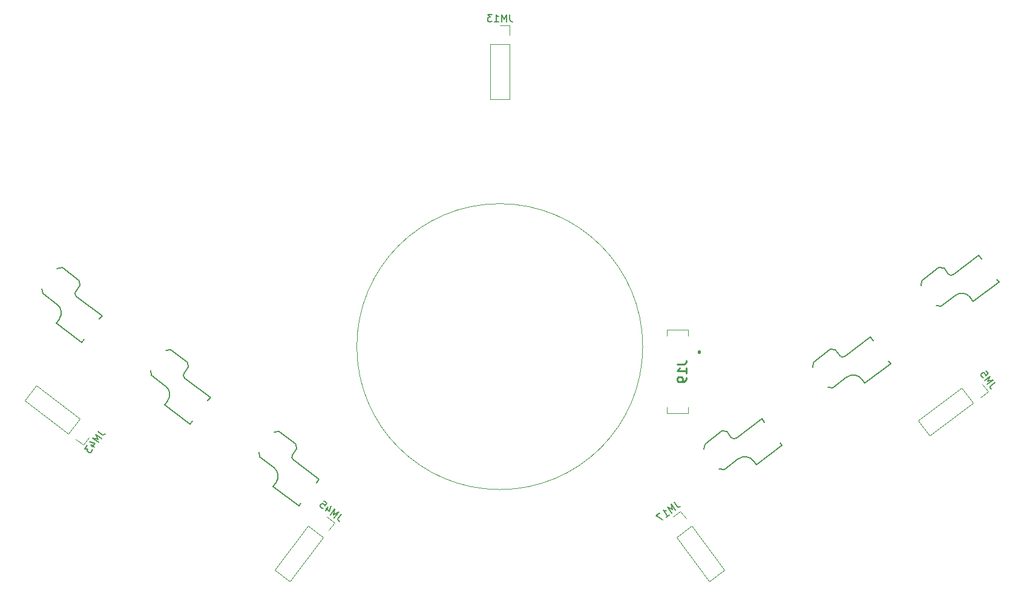
<source format=gbr>
G04 #@! TF.GenerationSoftware,KiCad,Pcbnew,(5.1.4)-1*
G04 #@! TF.CreationDate,2023-10-04T20:40:57-04:00*
G04 #@! TF.ProjectId,ThumbsUp,5468756d-6273-4557-902e-6b696361645f,rev?*
G04 #@! TF.SameCoordinates,Original*
G04 #@! TF.FileFunction,Legend,Bot*
G04 #@! TF.FilePolarity,Positive*
%FSLAX46Y46*%
G04 Gerber Fmt 4.6, Leading zero omitted, Abs format (unit mm)*
G04 Created by KiCad (PCBNEW (5.1.4)-1) date 2023-10-04 20:40:57*
%MOMM*%
%LPD*%
G04 APERTURE LIST*
%ADD10C,0.120000*%
%ADD11C,0.400000*%
%ADD12C,0.100000*%
%ADD13C,0.150000*%
%ADD14C,0.254000*%
G04 APERTURE END LIST*
D10*
X-303000000Y-108100000D02*
G75*
G03X-303000000Y-108100000I-20000000J0D01*
G01*
X-297738229Y-131137401D02*
X-298800414Y-131937815D01*
X-296937815Y-132199586D02*
X-297738229Y-131137401D01*
X-296173510Y-133213853D02*
X-298297880Y-134814681D01*
X-298297880Y-134814681D02*
X-293675941Y-140948202D01*
X-296173510Y-133213853D02*
X-291551570Y-139347374D01*
X-291551570Y-139347374D02*
X-293675941Y-140948202D01*
D11*
X-295100000Y-108900000D02*
G75*
G03X-295100000Y-108800000I0J50000D01*
G01*
X-295100000Y-108800000D02*
G75*
G03X-295100000Y-108900000I0J-50000D01*
G01*
X-295100000Y-108800000D02*
X-295100000Y-108800000D01*
X-295100000Y-108900000D02*
X-295100000Y-108900000D01*
D12*
X-296650000Y-117450000D02*
X-296650000Y-116600000D01*
X-299650000Y-117450000D02*
X-296650000Y-117450000D01*
X-299650000Y-116600000D02*
X-299650000Y-117450000D01*
X-296650000Y-105750000D02*
X-296650000Y-106600000D01*
X-299650000Y-105750000D02*
X-296650000Y-105750000D01*
X-299650000Y-106600000D02*
X-299650000Y-105750000D01*
D10*
X-321670000Y-63170000D02*
X-323000000Y-63170000D01*
X-321670000Y-64500000D02*
X-321670000Y-63170000D01*
X-321670000Y-65770000D02*
X-324330000Y-65770000D01*
X-324330000Y-65770000D02*
X-324330000Y-73450000D01*
X-321670000Y-65770000D02*
X-321670000Y-73450000D01*
X-321670000Y-73450000D02*
X-324330000Y-73450000D01*
D13*
X-268317522Y-110512335D02*
X-268618429Y-110113017D01*
X-274739913Y-109466916D02*
G75*
G02X-275440138Y-109368505I-300907J399318D01*
G01*
X-279138084Y-110276904D02*
X-276742178Y-108471459D01*
X-279236495Y-110977130D02*
X-279138084Y-110276904D01*
X-276429917Y-113870764D02*
X-274433328Y-112366227D01*
X-270784964Y-107237929D02*
X-271146053Y-106758748D01*
X-277130142Y-113772354D02*
X-276429917Y-113870764D01*
X-271146053Y-106758748D02*
X-274739912Y-109466915D01*
X-275440138Y-109368505D02*
X-276041953Y-108569870D01*
X-276742178Y-108471459D02*
X-276041953Y-108569870D01*
X-274433329Y-112366226D02*
G75*
G02X-272332652Y-112661457I902723J-1197954D01*
G01*
X-271911382Y-113220502D02*
X-268317522Y-110512335D01*
X-272332652Y-112661457D02*
X-271911382Y-113220502D01*
X-366306323Y-118964036D02*
X-366005415Y-118564718D01*
X-367071653Y-112502281D02*
G75*
G02X-367170062Y-111802056I300908J399317D01*
G01*
X-369062564Y-108497750D02*
X-366666658Y-110303195D01*
X-369762789Y-108596161D02*
X-369062564Y-108497750D01*
X-371770732Y-112091610D02*
X-369774143Y-113596148D01*
X-363838881Y-115689630D02*
X-363477792Y-115210449D01*
X-371869142Y-111391385D02*
X-371770732Y-112091610D01*
X-363477792Y-115210449D02*
X-367071652Y-112502281D01*
X-367170062Y-111802056D02*
X-366568247Y-111003421D01*
X-366666658Y-110303195D02*
X-366568247Y-111003421D01*
X-369774143Y-113596148D02*
G75*
G02X-369478912Y-115696823I-902722J-1197953D01*
G01*
X-369900183Y-116255868D02*
X-366306323Y-118964036D01*
X-369478912Y-115696823D02*
X-369900183Y-116255868D01*
X-253143447Y-99077849D02*
X-253444354Y-98678531D01*
X-259565838Y-98032430D02*
G75*
G02X-260266063Y-97934019I-300907J399318D01*
G01*
X-263964009Y-98842418D02*
X-261568103Y-97036973D01*
X-264062420Y-99542644D02*
X-263964009Y-98842418D01*
X-261255842Y-102436278D02*
X-259259253Y-100931741D01*
X-255610889Y-95803443D02*
X-255971978Y-95324262D01*
X-261956067Y-102337868D02*
X-261255842Y-102436278D01*
X-255971978Y-95324262D02*
X-259565837Y-98032429D01*
X-260266063Y-97934019D02*
X-260867878Y-97135384D01*
X-261568103Y-97036973D02*
X-260867878Y-97135384D01*
X-259259254Y-100931740D02*
G75*
G02X-257158577Y-101226971I902723J-1197954D01*
G01*
X-256737307Y-101786016D02*
X-253143447Y-99077849D01*
X-257158577Y-101226971D02*
X-256737307Y-101786016D01*
X-381480397Y-107529550D02*
X-381179489Y-107130232D01*
X-382245727Y-101067795D02*
G75*
G02X-382344136Y-100367570I300908J399317D01*
G01*
X-384236638Y-97063264D02*
X-381840732Y-98868709D01*
X-384936863Y-97161675D02*
X-384236638Y-97063264D01*
X-386944806Y-100657124D02*
X-384948217Y-102161662D01*
X-379012955Y-104255144D02*
X-378651866Y-103775963D01*
X-387043216Y-99956899D02*
X-386944806Y-100657124D01*
X-378651866Y-103775963D02*
X-382245726Y-101067795D01*
X-382344136Y-100367570D02*
X-381742321Y-99568935D01*
X-381840732Y-98868709D02*
X-381742321Y-99568935D01*
X-384948217Y-102161662D02*
G75*
G02X-384652986Y-104262337I-902722J-1197953D01*
G01*
X-385074257Y-104821382D02*
X-381480397Y-107529550D01*
X-384652986Y-104262337D02*
X-385074257Y-104821382D01*
X-351132248Y-130398521D02*
X-350831340Y-129999203D01*
X-351897578Y-123936766D02*
G75*
G02X-351995987Y-123236541I300908J399317D01*
G01*
X-353888489Y-119932235D02*
X-351492583Y-121737680D01*
X-354588714Y-120030646D02*
X-353888489Y-119932235D01*
X-356596657Y-123526095D02*
X-354600068Y-125030633D01*
X-348664806Y-127124115D02*
X-348303717Y-126644934D01*
X-356695067Y-122825870D02*
X-356596657Y-123526095D01*
X-348303717Y-126644934D02*
X-351897577Y-123936766D01*
X-351995987Y-123236541D02*
X-351394172Y-122437906D01*
X-351492583Y-121737680D02*
X-351394172Y-122437906D01*
X-354600068Y-125030633D02*
G75*
G02X-354304837Y-127131308I-902722J-1197953D01*
G01*
X-354726108Y-127690353D02*
X-351132248Y-130398521D01*
X-354304837Y-127131308D02*
X-354726108Y-127690353D01*
X-283491597Y-121946820D02*
X-283792504Y-121547502D01*
X-289913988Y-120901401D02*
G75*
G02X-290614213Y-120802990I-300907J399318D01*
G01*
X-294312159Y-121711389D02*
X-291916253Y-119905944D01*
X-294410570Y-122411615D02*
X-294312159Y-121711389D01*
X-291603992Y-125305249D02*
X-289607403Y-123800712D01*
X-285959039Y-118672414D02*
X-286320128Y-118193233D01*
X-292304217Y-125206839D02*
X-291603992Y-125305249D01*
X-286320128Y-118193233D02*
X-289913987Y-120901400D01*
X-290614213Y-120802990D02*
X-291216028Y-120004355D01*
X-291916253Y-119905944D02*
X-291216028Y-120004355D01*
X-289607404Y-123800711D02*
G75*
G02X-287506727Y-124095942I902723J-1197954D01*
G01*
X-287085457Y-124654987D02*
X-283491597Y-121946820D01*
X-287506727Y-124095942D02*
X-287085457Y-124654987D01*
D10*
X-254687401Y-114411771D02*
X-255487815Y-113349586D01*
X-255749586Y-115212185D02*
X-254687401Y-114411771D01*
X-256763853Y-115976490D02*
X-258364681Y-113852120D01*
X-258364681Y-113852120D02*
X-264498202Y-118474059D01*
X-256763853Y-115976490D02*
X-262897374Y-120598430D01*
X-262897374Y-120598430D02*
X-264498202Y-118474059D01*
X-346137401Y-132738229D02*
X-347199586Y-131937815D01*
X-346937815Y-133800414D02*
X-346137401Y-132738229D01*
X-347702120Y-134814681D02*
X-349826490Y-133213853D01*
X-349826490Y-133213853D02*
X-354448430Y-139347374D01*
X-347702120Y-134814681D02*
X-352324059Y-140948202D01*
X-352324059Y-140948202D02*
X-354448430Y-139347374D01*
X-381238229Y-121862599D02*
X-380437815Y-120800414D01*
X-382300414Y-121062185D02*
X-381238229Y-121862599D01*
X-383314681Y-120297880D02*
X-381713853Y-118173510D01*
X-381713853Y-118173510D02*
X-387847374Y-113551570D01*
X-383314681Y-120297880D02*
X-389448202Y-115675941D01*
X-389448202Y-115675941D02*
X-387847374Y-113551570D01*
D13*
X-298628916Y-129870753D02*
X-298199048Y-130441207D01*
X-298075045Y-130526639D01*
X-297941668Y-130545384D01*
X-297798920Y-130497441D01*
X-297722859Y-130440125D01*
X-298407404Y-130955967D02*
X-299009219Y-130157331D01*
X-298845563Y-130928390D01*
X-299541643Y-130558541D01*
X-298939828Y-131357177D01*
X-299738463Y-131958992D02*
X-299282100Y-131615097D01*
X-299510281Y-131787045D02*
X-300112096Y-130988409D01*
X-299950062Y-131045184D01*
X-299816686Y-131063929D01*
X-299711968Y-131044643D01*
X-300606490Y-131360961D02*
X-301138914Y-131762171D01*
X-300194826Y-132302886D01*
D14*
X-298195476Y-110571904D02*
X-297288333Y-110571904D01*
X-297106904Y-110511428D01*
X-296985952Y-110390476D01*
X-296925476Y-110209047D01*
X-296925476Y-110088095D01*
X-296925476Y-111841904D02*
X-296925476Y-111116190D01*
X-296925476Y-111479047D02*
X-298195476Y-111479047D01*
X-298014047Y-111358095D01*
X-297893095Y-111237142D01*
X-297832619Y-111116190D01*
X-296925476Y-112446666D02*
X-296925476Y-112688571D01*
X-296985952Y-112809523D01*
X-297046428Y-112870000D01*
X-297227857Y-112990952D01*
X-297469761Y-113051428D01*
X-297953571Y-113051428D01*
X-298074523Y-112990952D01*
X-298135000Y-112930476D01*
X-298195476Y-112809523D01*
X-298195476Y-112567619D01*
X-298135000Y-112446666D01*
X-298074523Y-112386190D01*
X-297953571Y-112325714D01*
X-297651190Y-112325714D01*
X-297530238Y-112386190D01*
X-297469761Y-112446666D01*
X-297409285Y-112567619D01*
X-297409285Y-112809523D01*
X-297469761Y-112930476D01*
X-297530238Y-112990952D01*
X-297651190Y-113051428D01*
D13*
X-321619047Y-61622380D02*
X-321619047Y-62336666D01*
X-321571428Y-62479523D01*
X-321476190Y-62574761D01*
X-321333333Y-62622380D01*
X-321238095Y-62622380D01*
X-322095238Y-62622380D02*
X-322095238Y-61622380D01*
X-322428571Y-62336666D01*
X-322761904Y-61622380D01*
X-322761904Y-62622380D01*
X-323761904Y-62622380D02*
X-323190476Y-62622380D01*
X-323476190Y-62622380D02*
X-323476190Y-61622380D01*
X-323380952Y-61765238D01*
X-323285714Y-61860476D01*
X-323190476Y-61908095D01*
X-324095238Y-61622380D02*
X-324714285Y-61622380D01*
X-324380952Y-62003333D01*
X-324523809Y-62003333D01*
X-324619047Y-62050952D01*
X-324666666Y-62098571D01*
X-324714285Y-62193809D01*
X-324714285Y-62431904D01*
X-324666666Y-62527142D01*
X-324619047Y-62574761D01*
X-324523809Y-62622380D01*
X-324238095Y-62622380D01*
X-324142857Y-62574761D01*
X-324095238Y-62527142D01*
X-253707331Y-113140780D02*
X-254277785Y-113570648D01*
X-254363218Y-113694652D01*
X-254381963Y-113828028D01*
X-254334020Y-113970777D01*
X-254276704Y-114046837D01*
X-254792545Y-113362293D02*
X-253993910Y-112760477D01*
X-254764969Y-112924134D01*
X-254395120Y-112228054D01*
X-255193755Y-112829869D01*
X-254968277Y-111467449D02*
X-254681698Y-111847751D01*
X-255033343Y-112172360D01*
X-255023971Y-112105672D01*
X-255043256Y-112000954D01*
X-255186545Y-111810802D01*
X-255281891Y-111763400D01*
X-255348580Y-111754027D01*
X-255453298Y-111773313D01*
X-255643449Y-111916602D01*
X-255690852Y-112011948D01*
X-255700224Y-112078636D01*
X-255680939Y-112183354D01*
X-255537650Y-112373506D01*
X-255442304Y-112420908D01*
X-255375615Y-112430281D01*
X-345165328Y-131532908D02*
X-345595195Y-132103362D01*
X-345643139Y-132246111D01*
X-345624394Y-132379487D01*
X-345538961Y-132503491D01*
X-345462900Y-132560807D01*
X-346147445Y-132044965D02*
X-345545630Y-131246330D01*
X-346241710Y-131616179D01*
X-346078054Y-130845120D01*
X-346679869Y-131643755D01*
X-347001234Y-130566832D02*
X-347402444Y-131099256D01*
X-346581820Y-130405879D02*
X-346821536Y-131119623D01*
X-347315930Y-130747071D01*
X-347599264Y-129698805D02*
X-347218962Y-129985384D01*
X-347467510Y-130394345D01*
X-347476882Y-130327656D01*
X-347524285Y-130232310D01*
X-347714436Y-130089021D01*
X-347819155Y-130069736D01*
X-347885843Y-130079108D01*
X-347981189Y-130126511D01*
X-348124478Y-130316662D01*
X-348143764Y-130421380D01*
X-348134391Y-130488069D01*
X-348086989Y-130583415D01*
X-347896837Y-130726704D01*
X-347792119Y-130745989D01*
X-347725431Y-130736617D01*
X-379245449Y-119969786D02*
X-378674995Y-120399653D01*
X-378532246Y-120447597D01*
X-378398870Y-120428852D01*
X-378274866Y-120343419D01*
X-378217550Y-120267358D01*
X-378733392Y-120951903D02*
X-379532027Y-120350088D01*
X-379162178Y-121046168D01*
X-379933237Y-120882512D01*
X-379134602Y-121484327D01*
X-380211525Y-121805692D02*
X-379679101Y-122206902D01*
X-380372478Y-121386278D02*
X-379658734Y-121625994D01*
X-380031286Y-122120388D01*
X-380735657Y-121947359D02*
X-381108209Y-122441753D01*
X-380603362Y-122404804D01*
X-380689336Y-122518894D01*
X-380708621Y-122623613D01*
X-380699249Y-122690301D01*
X-380651846Y-122785647D01*
X-380461695Y-122928936D01*
X-380356977Y-122948222D01*
X-380290288Y-122938849D01*
X-380194942Y-122891447D01*
X-380022995Y-122663265D01*
X-380003710Y-122558547D01*
X-380013082Y-122491858D01*
M02*

</source>
